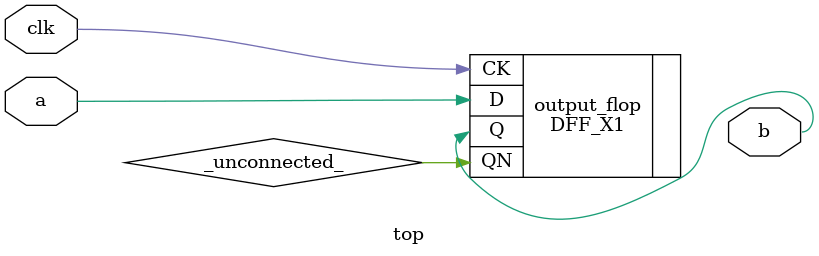
<source format=v>
/* Generated by Yosys 0.9+4052 (git sha1 5c1e6a0e, clang 7.0.1 -fPIC -Os) */

module top(clk, a, b);
  input clk;
  input a;
  output b;

  wire _unconnected_;

  DFF_X1 output_flop (
    .CK(clk),
    .D(a),
    .Q(b),
    .QN(_unconnected_)
  );

endmodule

</source>
